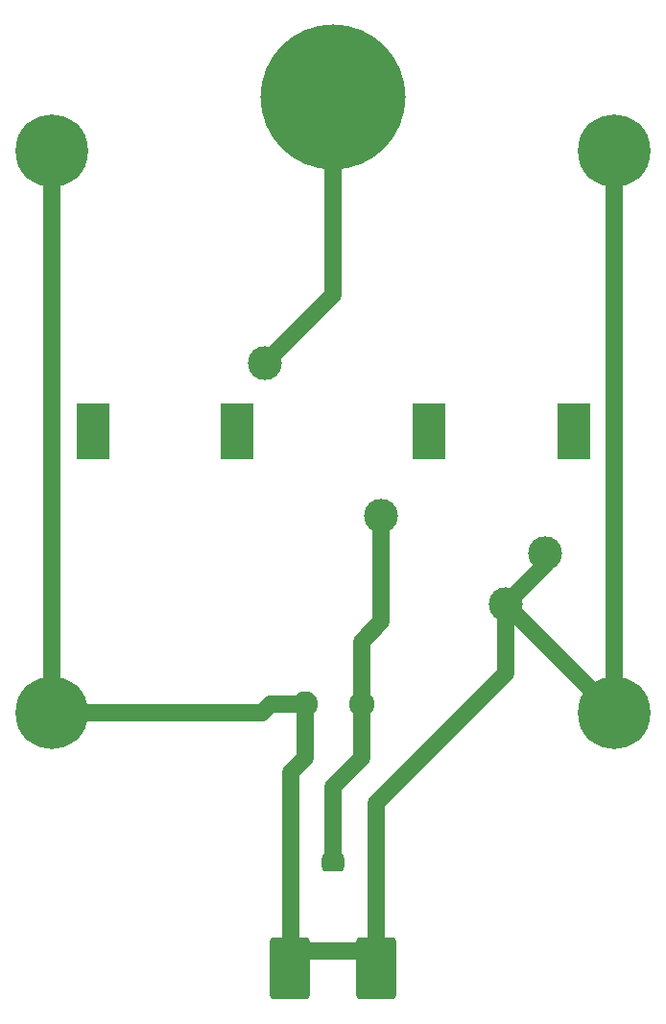
<source format=gbr>
%TF.GenerationSoftware,KiCad,Pcbnew,8.0.6*%
%TF.CreationDate,2025-02-23T16:54:12-05:00*%
%TF.ProjectId,Wire Spool Antenna V1.3,57697265-2053-4706-9f6f-6c20416e7465,rev?*%
%TF.SameCoordinates,Original*%
%TF.FileFunction,Copper,L1,Top*%
%TF.FilePolarity,Positive*%
%FSLAX46Y46*%
G04 Gerber Fmt 4.6, Leading zero omitted, Abs format (unit mm)*
G04 Created by KiCad (PCBNEW 8.0.6) date 2025-02-23 16:54:12*
%MOMM*%
%LPD*%
G01*
G04 APERTURE LIST*
G04 Aperture macros list*
%AMRoundRect*
0 Rectangle with rounded corners*
0 $1 Rounding radius*
0 $2 $3 $4 $5 $6 $7 $8 $9 X,Y pos of 4 corners*
0 Add a 4 corners polygon primitive as box body*
4,1,4,$2,$3,$4,$5,$6,$7,$8,$9,$2,$3,0*
0 Add four circle primitives for the rounded corners*
1,1,$1+$1,$2,$3*
1,1,$1+$1,$4,$5*
1,1,$1+$1,$6,$7*
1,1,$1+$1,$8,$9*
0 Add four rect primitives between the rounded corners*
20,1,$1+$1,$2,$3,$4,$5,0*
20,1,$1+$1,$4,$5,$6,$7,0*
20,1,$1+$1,$6,$7,$8,$9,0*
20,1,$1+$1,$8,$9,$2,$3,0*%
G04 Aperture macros list end*
%TA.AperFunction,WasherPad*%
%ADD10R,3.000000X5.000000*%
%TD*%
%TA.AperFunction,ComponentPad*%
%ADD11C,3.000000*%
%TD*%
%TA.AperFunction,ComponentPad*%
%ADD12C,6.800000*%
%TD*%
%TA.AperFunction,ConnectorPad*%
%ADD13C,12.800000*%
%TD*%
%TA.AperFunction,ComponentPad*%
%ADD14C,3.600000*%
%TD*%
%TA.AperFunction,ConnectorPad*%
%ADD15C,6.400000*%
%TD*%
%TA.AperFunction,ComponentPad*%
%ADD16C,2.250000*%
%TD*%
%TA.AperFunction,ComponentPad*%
%ADD17RoundRect,0.400000X0.600000X0.400000X-0.600000X0.400000X-0.600000X-0.400000X0.600000X-0.400000X0*%
%TD*%
%TA.AperFunction,ComponentPad*%
%ADD18RoundRect,0.350000X1.400000X2.400000X-1.400000X2.400000X-1.400000X-2.400000X1.400000X-2.400000X0*%
%TD*%
%TA.AperFunction,Conductor*%
%ADD19C,1.500000*%
%TD*%
%TA.AperFunction,Conductor*%
%ADD20C,0.200000*%
%TD*%
G04 APERTURE END LIST*
D10*
%TO.P,T1,*%
%TO.N,*%
X78786797Y-100000000D03*
X91514719Y-100000000D03*
X108485281Y-100000000D03*
X121213203Y-100000000D03*
D11*
%TO.P,T1,1,AA*%
%TO.N,Net-(J2-In)*%
X104242641Y-107424621D03*
%TO.P,T1,2,AB*%
%TO.N,GND*%
X115202796Y-115202796D03*
%TO.P,T1,3,SA*%
X118667619Y-110748023D03*
%TO.P,T1,4,SB*%
%TO.N,Net-(T1-SB)*%
X93989592Y-93989592D03*
%TD*%
D12*
%TO.P,H6,1,1*%
%TO.N,Net-(T1-SB)*%
X100000000Y-70500000D03*
D13*
X100000000Y-70500000D03*
%TD*%
D14*
%TO.P,H3,1,1*%
%TO.N,GND*%
X124800000Y-75200000D03*
D15*
X124800000Y-75200000D03*
%TD*%
D16*
%TO.P,C1,1*%
%TO.N,Net-(J2-In)*%
X102500000Y-124000000D03*
%TO.P,C1,2*%
%TO.N,GND*%
X97500000Y-124000000D03*
%TD*%
D14*
%TO.P,H5,1,1*%
%TO.N,GND*%
X75200000Y-124800000D03*
D15*
X75200000Y-124800000D03*
%TD*%
D14*
%TO.P,H4,1,1*%
%TO.N,GND*%
X124800000Y-124800000D03*
D15*
X124800000Y-124800000D03*
%TD*%
D14*
%TO.P,H2,1,1*%
%TO.N,GND*%
X75200000Y-75200000D03*
D15*
X75200000Y-75200000D03*
%TD*%
D17*
%TO.P,J2,1,In*%
%TO.N,Net-(J2-In)*%
X100000000Y-138000000D03*
D18*
%TO.P,J2,2,Ext*%
%TO.N,GND*%
X103800000Y-147300000D03*
X96200000Y-147300000D03*
%TD*%
D19*
%TO.N,GND*%
X115202796Y-121297204D02*
X103750000Y-132750000D01*
D20*
X118667619Y-111737973D02*
X118667619Y-110748023D01*
D19*
X124800000Y-124800000D02*
X115202796Y-115202796D01*
X93700000Y-124800000D02*
X94500000Y-124000000D01*
X97500000Y-128750000D02*
X96250000Y-130000000D01*
X75200000Y-124800000D02*
X93700000Y-124800000D01*
X97500000Y-124000000D02*
X97500000Y-128750000D01*
X115202796Y-115202796D02*
X118667619Y-111737973D01*
X115202796Y-115202796D02*
X115202796Y-121297204D01*
X118667619Y-110748024D02*
X118667619Y-111737973D01*
X96250000Y-130000000D02*
X96250000Y-145750000D01*
X103750000Y-145750000D02*
X103800000Y-145800000D01*
X94500000Y-124000000D02*
X97500000Y-124000000D01*
X75200000Y-75200000D02*
X75200000Y-124800000D01*
D20*
X96250000Y-145750000D02*
X96200000Y-145800000D01*
D19*
X103800000Y-145800000D02*
X96200000Y-145800000D01*
X124800000Y-75200000D02*
X124800000Y-124800000D01*
X103750000Y-132750000D02*
X103750000Y-145750000D01*
%TO.N,Net-(T1-SB)*%
X100000000Y-73000000D02*
X100000000Y-87979184D01*
X100000000Y-87979184D02*
X93989592Y-93989592D01*
%TO.N,Net-(J2-In)*%
X102500000Y-124000000D02*
X102500000Y-118500000D01*
X104250000Y-116750000D02*
X104242641Y-116742641D01*
X102500000Y-118500000D02*
X104250000Y-116750000D01*
X104242641Y-116742641D02*
X104242641Y-107424621D01*
X102500000Y-128750000D02*
X100000000Y-131250000D01*
X102500000Y-124000000D02*
X102500000Y-128750000D01*
X100000000Y-131250000D02*
X100000000Y-138000000D01*
%TD*%
M02*

</source>
